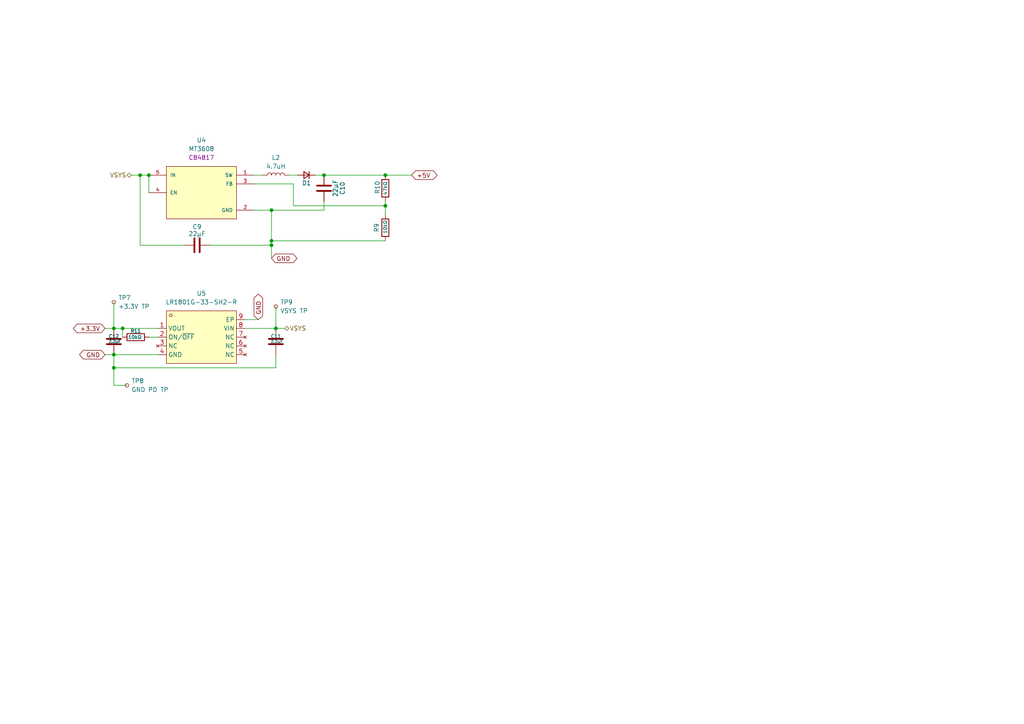
<source format=kicad_sch>
(kicad_sch (version 20231120) (generator "eeschema") (generator_version "8.0")
  (paper "A4")
  (lib_symbols
    (symbol "Connector:TestPoint_Small" (pin_numbers hide) (pin_names (offset 0.762) hide)
      (property "Reference" "TP" (at 0 3.81 0))
      (property "Value" "TestPoint_Small" (at 0 2.032 0))
      (symbol "TestPoint_Small_0_1"
        (circle (center 0 0) (radius 0.508))
      )
      (symbol "TestPoint_Small_1_1"
        (pin passive line (at 0 0 90) (length 0) (name "1") (number "1"))
      )
    )
    (symbol "Device:C" (pin_numbers hide) (pin_names (offset 0.254))
      (property "Reference" "C" (at 0.635 2.54 0))
      (property "Value" "C" (at 0.635 -2.54 0))
      (symbol "C_0_1"
        (polyline (pts (xy -2.032 -0.762) (xy 2.032 -0.762)) (stroke (width 0.508)))
        (polyline (pts (xy -2.032 0.762) (xy 2.032 0.762)) (stroke (width 0.508)))
      )
      (symbol "C_1_1"
        (pin passive line (at 0 3.81 270) (length 2.794) (name "~") (number "1"))
        (pin passive line (at 0 -3.81 90) (length 2.794) (name "~") (number "2"))
      )
    )
    (symbol "Device:D_Small" (pin_numbers hide) (pin_names (offset 0.254) hide)
      (property "Reference" "D" (at -1.27 2.032 0))
      (property "Value" "D_Small" (at -3.81 -2.032 0))
      (symbol "D_Small_0_1"
        (polyline (pts (xy -0.762 -1.016) (xy -0.762 1.016)) (stroke (width 0.254)))
        (polyline (pts (xy -0.762 0) (xy 0.762 0)))
        (polyline (pts (xy 0.762 -1.016) (xy -0.762 0) (xy 0.762 1.016) (xy 0.762 -1.016)) (stroke (width 0.254)))
      )
      (symbol "D_Small_1_1"
        (pin passive line (at -2.54 0 0) (length 1.778) (name "K") (number "1"))
        (pin passive line (at 2.54 0 180) (length 1.778) (name "A") (number "2"))
      )
    )
    (symbol "Device:L" (pin_numbers hide) (pin_names (offset 1.016) hide)
      (property "Reference" "L" (at -1.27 0 90))
      (property "Value" "L" (at 1.905 0 90))
      (symbol "L_0_1"
        (arc (start 0 -2.54) (mid 0.6323 -1.905) (end 0 -1.27))
        (arc (start 0 -1.27) (mid 0.6323 -0.635) (end 0 0))
        (arc (start 0 0) (mid 0.6323 0.635) (end 0 1.27))
        (arc (start 0 1.27) (mid 0.6323 1.905) (end 0 2.54))
      )
      (symbol "L_1_1"
        (pin passive line (at 0 3.81 270) (length 1.27) (name "1") (number "1"))
        (pin passive line (at 0 -3.81 90) (length 1.27) (name "2") (number "2"))
      )
    )
    (symbol "Device:R" (pin_numbers hide) (pin_names (offset 0))
      (property "Reference" "R" (at 2.032 0 90))
      (property "Value" "R" (at 0 0 90))
      (symbol "R_0_1"
        (rectangle (start -1.016 -2.54) (end 1.016 2.54) (stroke (width 0.254)))
      )
      (symbol "R_1_1"
        (pin passive line (at 0 3.81 270) (length 1.27) (name "~") (number "1"))
        (pin passive line (at 0 -3.81 90) (length 1.27) (name "~") (number "2"))
      )
    )
    (symbol "LR1801G-33-SH2-R:LR1801G-33-SH2-R"
      (property "Reference" "U5" (at 0 12.7 0))
      (property "Value" "LR1801G-33-SH2-R" (at 0 10.16 0))
      (symbol "LR1801G-33-SH2-R_0_1"
        (rectangle (start -10.16 7.62) (end 10.16 -7.62) (fill (type background)))
        (circle (center -8.89 6.35) (radius 0.38))
      )
      (symbol "LR1801G-33-SH2-R_1_1"
        (pin power_out line (at -12.7 2.54 0) (length 2.54) (name "VOUT") (number "1"))
        (pin input line (at -12.7 0 0) (length 2.54) (name "ON/~{OFF}") (number "2"))
        (pin no_connect line (at -12.7 -2.54 0) (length 2.54) (name "NC") (number "3"))
        (pin input line (at -12.7 -5.08 0) (length 2.54) (name "GND") (number "4"))
        (pin no_connect line (at 12.7 -5.08 180) (length 2.54) (name "NC") (number "5"))
        (pin no_connect line (at 12.7 -2.54 180) (length 2.54) (name "NC") (number "6"))
        (pin no_connect line (at 12.7 0 180) (length 2.54) (name "NC") (number "7"))
        (pin input line (at 12.7 2.54 180) (length 2.54) (name "VIN") (number "8"))
        (pin input line (at 12.7 5.08 180) (length 2.54) (name "EP") (number "9"))
      )
    )
    (symbol "MT3608:MT3608" (pin_names (offset 1.016))
      (property "Reference" "U4" (at 0 15.24 0))
      (property "Value" "MT3608" (at 0 12.7 0))
      (property "LCSC Part" "C84817" (at 0 10.16 0))
      (symbol "MT3608_0_0"
        (rectangle (start -10.16 7.62) (end 10.16 -7.62) (stroke (width 0.1524)) (fill (type background)))
        (pin output line (at 15.24 5.08 180) (length 5.08) (name "SW") (number "1"))
        (pin input line (at 15.24 2.54 180) (length 5.08) (name "FB") (number "3"))
        (pin input line (at -15.24 0 0) (length 5.08) (name "EN") (number "4"))
        (pin input line (at -15.24 5.08 0) (length 5.08) (name "IN") (number "5"))
      )
      (symbol "MT3608_1_0"
        (pin passive line (at 15.24 -5.08 180) (length 5.08) (name "GND") (number "2"))
      )
    )
  )
  (junction (at 40.64 50.8))
  (junction (at 78.74 71.12))
  (junction (at 78.74 69.85))
  (junction (at 33.02 106.68))
  (junction (at 93.98 50.8))
  (junction (at 35.56 95.25))
  (junction (at 80.01 95.25))
  (junction (at 33.02 102.87))
  (junction (at 33.02 95.25))
  (junction (at 111.76 59.69))
  (junction (at 78.74 60.96))
  (junction (at 43.18 50.8))
  (junction (at 111.76 50.8))
  (wire (pts (xy 85.09 53.34) (xy 85.09 59.69)))
  (wire (pts (xy 33.02 87.63) (xy 33.02 95.25)))
  (wire (pts (xy 111.76 50.8) (xy 119.38 50.8)))
  (wire (pts (xy 43.18 55.88) (xy 43.18 50.8)))
  (wire (pts (xy 85.09 59.69) (xy 111.76 59.69)))
  (wire (pts (xy 33.02 106.68) (xy 33.02 102.87)))
  (wire (pts (xy 33.02 102.87) (xy 30.48 102.87)))
  (wire (pts (xy 73.66 50.8) (xy 76.2 50.8)))
  (wire (pts (xy 78.74 69.85) (xy 78.74 60.96)))
  (wire (pts (xy 35.56 97.79) (xy 35.56 95.25)))
  (wire (pts (xy 80.01 106.68) (xy 33.02 106.68)))
  (wire (pts (xy 40.64 50.8) (xy 43.18 50.8)))
  (wire (pts (xy 60.96 71.12) (xy 78.74 71.12)))
  (wire (pts (xy 80.01 95.25) (xy 71.12 95.25)))
  (wire (pts (xy 78.74 71.12) (xy 78.74 69.85)))
  (wire (pts (xy 111.76 59.69) (xy 111.76 62.23)))
  (wire (pts (xy 93.98 50.8) (xy 111.76 50.8)))
  (wire (pts (xy 33.02 111.76) (xy 33.02 106.68)))
  (wire (pts (xy 36.83 111.76) (xy 33.02 111.76)))
  (wire (pts (xy 80.01 102.87) (xy 80.01 106.68)))
  (wire (pts (xy 93.98 60.96) (xy 78.74 60.96)))
  (wire (pts (xy 38.1 50.8) (xy 40.64 50.8)))
  (wire (pts (xy 71.12 92.71) (xy 74.93 92.71)))
  (wire (pts (xy 45.72 97.79) (xy 43.18 97.79)))
  (wire (pts (xy 78.74 74.93) (xy 78.74 71.12)))
  (wire (pts (xy 35.56 95.25) (xy 45.72 95.25)))
  (wire (pts (xy 82.55 95.25) (xy 80.01 95.25)))
  (wire (pts (xy 111.76 58.42) (xy 111.76 59.69)))
  (wire (pts (xy 33.02 95.25) (xy 35.56 95.25)))
  (wire (pts (xy 93.98 58.42) (xy 93.98 60.96)))
  (wire (pts (xy 40.64 71.12) (xy 53.34 71.12)))
  (wire (pts (xy 91.44 50.8) (xy 93.98 50.8)))
  (wire (pts (xy 78.74 60.96) (xy 73.66 60.96)))
  (wire (pts (xy 40.64 50.8) (xy 40.64 71.12)))
  (wire (pts (xy 30.48 95.25) (xy 33.02 95.25)))
  (wire (pts (xy 45.72 102.87) (xy 33.02 102.87)))
  (wire (pts (xy 83.82 50.8) (xy 86.36 50.8)))
  (wire (pts (xy 111.76 69.85) (xy 78.74 69.85)))
  (wire (pts (xy 73.66 53.34) (xy 85.09 53.34)))
  (wire (pts (xy 80.01 88.9) (xy 80.01 95.25)))
  (global_label "GND" (shape bidirectional) (at 74.93 92.71 90) (property "Intersheetrefs" "${INTERSHEET_REFS}" (effects (hide yes))))
  (global_label "+3.3V" (shape bidirectional) (at 30.48 95.25 180) (property "Intersheetrefs" "${INTERSHEET_REFS}" (effects (hide yes))))
  (global_label "GND" (shape bidirectional) (at 30.48 102.87 180) (property "Intersheetrefs" "${INTERSHEET_REFS}" (effects (hide yes))))
  (global_label "+5V" (shape bidirectional) (at 119.38 50.8 0) (property "Intersheetrefs" "${INTERSHEET_REFS}" (effects (hide yes))))
  (global_label "GND" (shape bidirectional) (at 78.74 74.93 0) (property "Intersheetrefs" "${INTERSHEET_REFS}" (effects (hide yes))))
  (hierarchical_label "VSYS" (shape bidirectional) (at 82.55 95.25 0))
  (hierarchical_label "VSYS" (shape bidirectional) (at 38.1 50.8 180))
  (symbol (lib_id "Connector:TestPoint_Small") (at 36.83 111.76 0) (unit 1)
    (property "Reference" "TP8" (at 38.1 110.4899 0) (effects (justify left)))
    (property "Value" "GND PD TP" (at 38.1 113.0299 0) (effects (justify left)))
    (property "Footprint" "TestPoint:TestPoint_Pad_D1.5mm" (effects (hide yes)))
    (property "Description" "test point" (effects (hide yes)))
  )
  (symbol (lib_id "Device:C") (at 80.01 99.06 0) (unit 1)
    (property "Reference" "C11" (at 78.486 97.536 0) (effects (font (size 1 1)) (justify left)))
    (property "Value" "2.2µF" (at 78.486 99.06 0) (effects (font (size 0.8 0.8)) (justify left)))
    (property "Footprint" "Capacitor_SMD:C_0603_1608Metric" (effects (hide yes)))
    (property "Description" "Unpolarized capacitor" (effects (hide yes)))
    (property "LCSC Part" "C23630" (effects (hide yes)))
  )
  (symbol (lib_id "Device:R") (at 111.76 66.04 180) (unit 1)
    (property "Reference" "R9" (at 109.22 66.04 90))
    (property "Value" "10kΩ" (at 111.76 65.786 90) (effects (font (size 1 1))))
    (property "Footprint" "Resistor_SMD:R_0603_1608Metric" (effects (hide yes)))
    (property "Description" "Resistor" (effects (hide yes)))
    (property "LCSC Part" "C25804" (effects (hide yes)))
  )
  (symbol (lib_id "Device:C") (at 33.02 99.06 0) (unit 1)
    (property "Reference" "C12" (at 31.496 97.536 0) (effects (font (size 1 1)) (justify left)))
    (property "Value" "2.2µF" (at 31.496 99.06 0) (effects (font (size 0.8 0.8)) (justify left)))
    (property "Footprint" "Capacitor_SMD:C_0603_1608Metric" (effects (hide yes)))
    (property "Description" "Unpolarized capacitor" (effects (hide yes)))
    (property "LCSC Part" "C23630" (effects (hide yes)))
  )
  (symbol (lib_id "LR1801G-33-SH2-R:LR1801G-33-SH2-R") (at 58.42 97.79 0) (unit 1)
    (property "Reference" "U5" (at 58.42 85.09 0))
    (property "Value" "LR1801G-33-SH2-R" (at 58.42 87.63 0))
    (property "Footprint" "LR1801G-33-SH2-R:HSOP-8_L5.0-W4.0-P1.27-LS6.2-BL-EP" (effects (hide yes)))
    (property "Datasheet" "https://lcsc.com/product-detail/Low-Dropout-Regulators-LDO_Unisonic-Tech-LR1801G-33-SH2-R_C410479.html" (effects (hide yes)))
    (property "LCSC Part" "C410479" (effects (hide yes)))
  )
  (symbol (lib_id "Device:L") (at 80.01 50.8 90) (unit 1)
    (property "Reference" "L2" (at 80.01 45.72 90))
    (property "Value" "4.7uH" (at 80.01 48.26 90))
    (property "Footprint" "Inductor_SMD:L_Changjiang_FNR6028S" (effects (hide yes)))
    (property "Description" "Inductor" (effects (hide yes)))
    (property "LCSC Part" "C307880" (effects (hide yes)))
  )
  (symbol (lib_id "Device:D_Small") (at 88.9 50.8 180) (unit 1)
    (property "Reference" "D1" (at 88.9 53.086 0))
    (property "Value" "40V Independent Type 550mV@5A 5A SMA(DO-214AC) Schottky Diodes ROHS" (effects (hide yes)))
    (property "Footprint" "Diode_SMD:D_SMA" (effects (hide yes)))
    (property "Description" "Diode, small symbol" (effects (hide yes)))
    (property "Sim.Device" "D" (effects (hide yes)))
    (property "Sim.Pins" "1=K 2=A" (effects (hide yes)))
    (property "LCSC Part" "C22452" (effects (hide yes)))
  )
  (symbol (lib_id "Device:C") (at 93.98 54.61 0) (unit 1)
    (property "Reference" "C10" (at 99.314 54.61 90))
    (property "Value" "22µF" (at 97.282 54.61 90))
    (property "Footprint" "Capacitor_SMD:C_0603_1608Metric" (effects (hide yes)))
    (property "Description" "Unpolarized capacitor" (effects (hide yes)))
    (property "LCSC Part" "C59461" (effects (hide yes)))
  )
  (symbol (lib_id "Connector:TestPoint_Small") (at 80.01 88.9 0) (unit 1)
    (property "Reference" "TP9" (at 81.28 87.6299 0) (effects (justify left)))
    (property "Value" "VSYS TP" (at 81.28 90.1699 0) (effects (justify left)))
    (property "Footprint" "TestPoint:TestPoint_Pad_D1.5mm" (effects (hide yes)))
    (property "Description" "test point" (effects (hide yes)))
  )
  (symbol (lib_id "Device:R") (at 39.37 97.79 270) (unit 1)
    (property "Reference" "R11" (at 39.37 96.012 90) (effects (font (size 1 1))))
    (property "Value" "10kΩ" (at 39.116 97.79 90) (effects (font (size 1 1))))
    (property "Footprint" "Resistor_SMD:R_0603_1608Metric" (effects (hide yes)))
    (property "Description" "Resistor" (effects (hide yes)))
    (property "LCSC Part" "C25804" (effects (hide yes)))
  )
  (symbol (lib_id "Device:R") (at 111.76 54.61 180) (unit 1)
    (property "Reference" "R10" (at 109.474 54.356 90))
    (property "Value" "47kΩ" (at 111.76 54.61 90) (effects (font (size 1 1))))
    (property "Footprint" "Resistor_SMD:R_0603_1608Metric" (effects (hide yes)))
    (property "Description" "Resistor" (effects (hide yes)))
    (property "LCSC Part" "C25819" (effects (hide yes)))
  )
  (symbol (lib_id "Connector:TestPoint_Small") (at 33.02 87.63 0) (unit 1)
    (property "Reference" "TP7" (at 34.29 86.3599 0) (effects (justify left)))
    (property "Value" "+3.3V TP" (at 34.29 88.8999 0) (effects (justify left)))
    (property "Footprint" "TestPoint:TestPoint_Pad_D1.5mm" (effects (hide yes)))
    (property "Description" "test point" (effects (hide yes)))
  )
  (symbol (lib_id "MT3608:MT3608") (at 58.42 55.88 0) (unit 1)
    (property "Reference" "U4" (at 58.42 40.64 0))
    (property "Value" "MT3608" (at 58.42 43.18 0))
    (property "Footprint" "MT3608:SOT95P280X145-6N" (effects (hide yes)))
    (property "MF" "Aerosemi Technology Co., Ltd" (effects (hide yes)))
    (property "MAXIMUM_PACKAGE_HEIGHT" "1.45mm" (effects (hide yes)))
    (property "Package" "Package" (effects (hide yes)))
    (property "Price" "None" (effects (hide yes)))
    (property "Check_prices" "https://www.snapeda.com/parts/MT3608/Aerosemi+Technology+Co.%252C+Ltd/view-part/?ref=eda" (effects (hide yes)))
    (property "STANDARD" "IPC-7351B" (effects (hide yes)))
    (property "PARTREV" "1.0" (effects (hide yes)))
    (property "SnapEDA_Link" "https://www.snapeda.com/parts/MT3608/Aerosemi+Technology+Co.%252C+Ltd/view-part/?ref=snap" (effects (hide yes)))
    (property "MP" "MT3608" (effects (hide yes)))
    (property "Description_1" "\n                        \n                            High Efficiency 1.2MHz\n2A Step Up Converter\n                        \n" (effects (hide yes)))
    (property "Availability" "Not in stock" (effects (hide yes)))
    (property "MANUFACTURER" "Aero Semi" (effects (hide yes)))
    (property "LCSC Part" "C84817" (at 58.42 45.72 0))
  )
  (symbol (lib_id "Device:C") (at 57.15 71.12 90) (unit 1)
    (property "Reference" "C9" (at 57.15 65.786 90))
    (property "Value" "22µF" (at 57.15 67.818 90))
    (property "Footprint" "Capacitor_SMD:C_0603_1608Metric" (effects (hide yes)))
    (property "Description" "Unpolarized capacitor" (effects (hide yes)))
    (property "LCSC Part" "C59461" (effects (hide yes)))
  )
)
</source>
